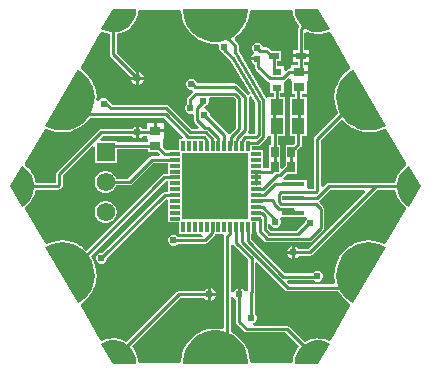
<source format=gbl>
G04*
G04 #@! TF.GenerationSoftware,Altium Limited,Altium Designer,25.8.1 (18)*
G04*
G04 Layer_Physical_Order=2*
G04 Layer_Color=16711680*
%FSLAX44Y44*%
%MOMM*%
G71*
G04*
G04 #@! TF.SameCoordinates,72622D7D-59BA-477E-922F-BDBC8D2A5B01*
G04*
G04*
G04 #@! TF.FilePolarity,Positive*
G04*
G01*
G75*
%ADD17C,0.2540*%
%ADD18R,0.6400X0.8900*%
G04:AMPARAMS|DCode=20|XSize=1mm|YSize=1mm|CornerRadius=0.5mm|HoleSize=0mm|Usage=FLASHONLY|Rotation=120.000|XOffset=0mm|YOffset=0mm|HoleType=Round|Shape=RoundedRectangle|*
%AMROUNDEDRECTD20*
21,1,1.0000,0.0000,0,0,120.0*
21,1,0.0000,1.0000,0,0,120.0*
1,1,1.0000,0.0000,0.0000*
1,1,1.0000,0.0000,0.0000*
1,1,1.0000,0.0000,0.0000*
1,1,1.0000,0.0000,0.0000*
%
%ADD20ROUNDEDRECTD20*%
G04:AMPARAMS|DCode=21|XSize=1mm|YSize=1mm|CornerRadius=0.5mm|HoleSize=0mm|Usage=FLASHONLY|Rotation=0.000|XOffset=0mm|YOffset=0mm|HoleType=Round|Shape=RoundedRectangle|*
%AMROUNDEDRECTD21*
21,1,1.0000,0.0000,0,0,0.0*
21,1,0.0000,1.0000,0,0,0.0*
1,1,1.0000,0.0000,0.0000*
1,1,1.0000,0.0000,0.0000*
1,1,1.0000,0.0000,0.0000*
1,1,1.0000,0.0000,0.0000*
%
%ADD21ROUNDEDRECTD21*%
G04:AMPARAMS|DCode=22|XSize=1mm|YSize=1mm|CornerRadius=0.5mm|HoleSize=0mm|Usage=FLASHONLY|Rotation=60.000|XOffset=0mm|YOffset=0mm|HoleType=Round|Shape=RoundedRectangle|*
%AMROUNDEDRECTD22*
21,1,1.0000,0.0000,0,0,60.0*
21,1,0.0000,1.0000,0,0,60.0*
1,1,1.0000,0.0000,0.0000*
1,1,1.0000,0.0000,0.0000*
1,1,1.0000,0.0000,0.0000*
1,1,1.0000,0.0000,0.0000*
%
%ADD22ROUNDEDRECTD22*%
%ADD35C,1.5700*%
%ADD36R,1.5700X1.5700*%
%ADD38C,0.6096*%
%ADD39R,0.8500X0.3000*%
%ADD40R,0.3000X0.8500*%
%ADD41R,5.7000X5.7000*%
%ADD42R,0.9500X0.8000*%
%ADD43R,1.0922X1.3970*%
%ADD44R,0.8000X0.6000*%
%ADD45R,1.9000X0.4001*%
%ADD46R,0.9000X0.5000*%
G36*
X-67041Y150492D02*
X-66999Y148743D01*
X-67536Y145286D01*
X-68680Y141980D01*
X-70394Y138930D01*
X-72623Y136233D01*
X-75296Y133976D01*
X-78328Y132230D01*
X-81622Y131052D01*
X-85073Y130478D01*
X-88571Y130526D01*
X-92005Y131197D01*
X-95265Y132467D01*
X-96756Y133382D01*
X-96756Y133382D01*
X-86865Y150513D01*
X-67041Y150492D01*
D02*
G37*
G36*
X96781Y133322D02*
X95288Y132410D01*
X92025Y131147D01*
X88590Y130485D01*
X85092Y130444D01*
X81642Y131026D01*
X78351Y132212D01*
X75323Y133965D01*
X72655Y136229D01*
X70432Y138930D01*
X68726Y141984D01*
X67589Y145293D01*
X67059Y148751D01*
X67106Y150500D01*
X86888D01*
X96781Y133322D01*
D02*
G37*
G36*
X-29215Y148134D02*
X-28602Y143796D01*
X-28532Y143677D01*
X-28544Y143540D01*
X-27253Y139354D01*
X-27165Y139248D01*
X-27156Y139110D01*
X-25218Y135181D01*
X-25114Y135090D01*
X-25084Y134956D01*
X-22548Y131383D01*
X-22432Y131310D01*
X-22380Y131182D01*
X-19312Y128055D01*
X-19185Y128001D01*
X-19114Y127883D01*
X-15589Y125281D01*
X-15455Y125248D01*
X-15367Y125143D01*
X-11474Y123131D01*
X-11337Y123120D01*
X-11233Y123030D01*
X-7071Y121659D01*
X-6934Y121670D01*
X-6817Y121597D01*
X-2491Y120903D01*
X-2357Y120935D01*
X-2230Y120882D01*
X1775Y120881D01*
X2838Y119832D01*
X3182Y118967D01*
X2993Y118511D01*
Y116693D01*
X3689Y115012D01*
X4975Y113726D01*
X5470Y113521D01*
X5533Y113426D01*
X13302Y105514D01*
X28842Y78840D01*
X27219Y77589D01*
X18378Y86430D01*
X17454Y87048D01*
X16364Y87265D01*
X16363Y87265D01*
X-15748D01*
Y87269D01*
X-16444Y88950D01*
X-17730Y90236D01*
X-19411Y90932D01*
X-21229D01*
X-22910Y90236D01*
X-24196Y88950D01*
X-24892Y87269D01*
Y85451D01*
X-24196Y83770D01*
X-22910Y82484D01*
X-21229Y81788D01*
X-20147D01*
X-19230Y79831D01*
X-23203Y75858D01*
X-23820Y74934D01*
X-24037Y73844D01*
X-24037Y73844D01*
Y69657D01*
X-25064Y68630D01*
X-25760Y66949D01*
Y65131D01*
X-25064Y63450D01*
X-23778Y62164D01*
X-22098Y61468D01*
X-20279D01*
X-20227Y61490D01*
X-18195Y60132D01*
Y55986D01*
X-18195Y55986D01*
X-17978Y54896D01*
X-17361Y53972D01*
X-13723Y50334D01*
X-14500Y48457D01*
X-20032D01*
X-39629Y68054D01*
X-40553Y68672D01*
X-41644Y68889D01*
X-41644Y68889D01*
X-87046D01*
X-90275Y72118D01*
X-90834Y72492D01*
X-90918Y72694D01*
X-92204Y73980D01*
X-93884Y74676D01*
X-95703D01*
X-97383Y73980D01*
X-98670Y72694D01*
X-98823Y72322D01*
X-100836Y72772D01*
X-100695Y75759D01*
X-100742Y75888D01*
X-100704Y76021D01*
X-101192Y80375D01*
X-101259Y80495D01*
X-101242Y80632D01*
X-102413Y84854D01*
X-102498Y84962D01*
X-102503Y85100D01*
X-104327Y89083D01*
X-104428Y89177D01*
X-104455Y89312D01*
X-106886Y92956D01*
X-107001Y93033D01*
X-107049Y93162D01*
X-110026Y96376D01*
X-110151Y96433D01*
X-110219Y96553D01*
X-113668Y99255D01*
X-114184Y101137D01*
X-97549Y129951D01*
X-95864Y130930D01*
X-92604Y129660D01*
X-92450Y129663D01*
X-92321Y129578D01*
X-89209Y128970D01*
Y111760D01*
X-89209Y111760D01*
X-88992Y110670D01*
X-88374Y109746D01*
X-71497Y92868D01*
X-71562Y92710D01*
X-67310D01*
Y96962D01*
X-67468Y96897D01*
X-83511Y112940D01*
Y129065D01*
X-81351Y129424D01*
X-81220Y129506D01*
X-81066Y129498D01*
X-77772Y130677D01*
X-77658Y130781D01*
X-77505Y130801D01*
X-74473Y132547D01*
X-74379Y132669D01*
X-74232Y132716D01*
X-71559Y134973D01*
X-71488Y135110D01*
X-71352Y135182D01*
X-69123Y137879D01*
X-69077Y138026D01*
X-68956Y138122D01*
X-67242Y141172D01*
X-67224Y141325D01*
X-67122Y141440D01*
X-65977Y144747D01*
X-65987Y144901D01*
X-65906Y145032D01*
X-65369Y148489D01*
X-63678Y149458D01*
X-30634D01*
X-29215Y148134D01*
D02*
G37*
G36*
X27480Y150538D02*
X27520Y148348D01*
X26904Y144010D01*
X25609Y139824D01*
X23669Y135896D01*
X21131Y132324D01*
X18060Y129199D01*
X14534Y126599D01*
X10640Y124590D01*
X6478Y123222D01*
X2152Y122530D01*
X-2230Y122532D01*
X-6556Y123226D01*
X-10717Y124597D01*
X-14609Y126608D01*
X-18134Y129210D01*
X-21203Y132337D01*
X-23738Y135911D01*
X-25676Y139840D01*
X-26968Y144027D01*
X-27581Y148365D01*
X-27541Y150555D01*
X-27541Y150555D01*
X27480Y150538D01*
D02*
G37*
G36*
X144082Y51421D02*
X142205Y50292D01*
X138140Y48656D01*
X133868Y47684D01*
X129496Y47400D01*
X125134Y47812D01*
X120892Y48909D01*
X116877Y50663D01*
X113190Y53031D01*
X109925Y55951D01*
X107162Y59352D01*
X104973Y63147D01*
X103411Y67241D01*
X102517Y71530D01*
X102313Y75907D01*
X102804Y80260D01*
X103978Y84482D01*
X105805Y88464D01*
X108239Y92107D01*
X111219Y95319D01*
X114669Y98019D01*
X116586Y99079D01*
X116586D01*
X144082Y51421D01*
D02*
G37*
G36*
X-114685Y97957D02*
X-111236Y95255D01*
X-108259Y92041D01*
X-105827Y88396D01*
X-104003Y84413D01*
X-102831Y80191D01*
X-102343Y75837D01*
X-102550Y71460D01*
X-103447Y67172D01*
X-105011Y63079D01*
X-107202Y59285D01*
X-109967Y55886D01*
X-113234Y52968D01*
X-116923Y50602D01*
X-120939Y48851D01*
X-125181Y47757D01*
X-129543Y47348D01*
X-133915Y47634D01*
X-138187Y48609D01*
X-142250Y50247D01*
X-144127Y51377D01*
X-144127Y51377D01*
X-116601Y99018D01*
X-114685Y97957D01*
D02*
G37*
G36*
X17471Y73532D02*
Y49696D01*
X12239Y44464D01*
X11444Y44531D01*
X9896Y44995D01*
X9514Y45566D01*
X9514Y45566D01*
X-4932Y60013D01*
Y61465D01*
X-5628Y63146D01*
X-6914Y64432D01*
X-8595Y65128D01*
X-8878D01*
X-9928Y67112D01*
X-9251Y68072D01*
X-7570Y68768D01*
X-6284Y70054D01*
X-5588Y71735D01*
Y73553D01*
X-5609Y73605D01*
X-4252Y75637D01*
X15366D01*
X17471Y73532D01*
D02*
G37*
G36*
X33727Y70454D02*
Y44855D01*
X33265Y44393D01*
X28709D01*
X28576Y44541D01*
X27809Y46425D01*
X28032Y46758D01*
X28249Y47849D01*
X28249Y47849D01*
Y75380D01*
X28115Y76051D01*
X30042Y76781D01*
X33727Y70454D01*
D02*
G37*
G36*
X63830Y90888D02*
Y89880D01*
X64846Y89444D01*
Y78396D01*
X67382D01*
Y75819D01*
X63246D01*
Y58801D01*
Y42291D01*
X67382D01*
Y36716D01*
X66056Y35390D01*
X65986D01*
X65986Y35390D01*
X65710Y35335D01*
X59332D01*
Y23387D01*
X59332D01*
Y22635D01*
X59332D01*
Y17512D01*
X58946Y17254D01*
X58946Y17254D01*
X56657Y14966D01*
X54780Y15743D01*
Y22635D01*
X54780D01*
Y23387D01*
X54780D01*
Y35335D01*
X52904D01*
Y42291D01*
X58674D01*
Y58801D01*
Y75819D01*
X54919D01*
Y78646D01*
X57594D01*
Y86649D01*
X57594Y87694D01*
X59043Y89102D01*
X59430Y89362D01*
X61798Y91729D01*
X63830Y90888D01*
D02*
G37*
G36*
X47207Y35335D02*
X45332D01*
Y23387D01*
X45332D01*
Y22635D01*
X45332D01*
Y15328D01*
X40274D01*
Y19476D01*
Y30524D01*
X31040D01*
Y31040D01*
X30524D01*
Y33931D01*
X35427D01*
X35427Y33930D01*
X36518Y34147D01*
X37442Y34765D01*
X42654Y39978D01*
X42654Y39978D01*
X42654Y39978D01*
X42655Y39978D01*
X43272Y40902D01*
X44704Y42291D01*
X47207D01*
Y35335D01*
D02*
G37*
G36*
X-27531Y42151D02*
X-28309Y40274D01*
X-30524D01*
Y31040D01*
X-31040D01*
Y30524D01*
X-40274D01*
Y30524D01*
X-42262Y30631D01*
X-44526Y32895D01*
Y39914D01*
X-43510Y40350D01*
Y45620D01*
X-50800D01*
Y46890D01*
X-52070D01*
Y53430D01*
X-58090D01*
Y48569D01*
X-61172D01*
X-61303Y48885D01*
X-62875Y50457D01*
X-64770Y51242D01*
Y45720D01*
Y40198D01*
X-62875Y40983D01*
X-61303Y42555D01*
X-61172Y42871D01*
X-58090D01*
Y40350D01*
X-57074Y39914D01*
Y37239D01*
X-83629D01*
Y38476D01*
X-97080D01*
X-97858Y40354D01*
X-95340Y42871D01*
X-70908D01*
X-70777Y42555D01*
X-69205Y40983D01*
X-67310Y40198D01*
Y45720D01*
Y51242D01*
X-69205Y50457D01*
X-70777Y48885D01*
X-70908Y48569D01*
X-96520D01*
X-96520Y48569D01*
X-97610Y48352D01*
X-98534Y47734D01*
X-134094Y12174D01*
X-134712Y11250D01*
X-134929Y10160D01*
X-134929Y10160D01*
Y2849D01*
X-152163D01*
X-152639Y5498D01*
X-152722Y5628D01*
X-152717Y5783D01*
X-153937Y9061D01*
X-154043Y9174D01*
X-154065Y9327D01*
X-155849Y12336D01*
X-155972Y12429D01*
X-156021Y12575D01*
X-158312Y15219D01*
X-158450Y15288D01*
X-158524Y15424D01*
X-161249Y17618D01*
X-161281Y19562D01*
X-144746Y48202D01*
X-142867Y48717D01*
X-138804Y47079D01*
X-138666Y47080D01*
X-138554Y47000D01*
X-134282Y46026D01*
X-134147Y46049D01*
X-134023Y45988D01*
X-129651Y45702D01*
X-129521Y45746D01*
X-129389Y45705D01*
X-125027Y46114D01*
X-124906Y46179D01*
X-124769Y46159D01*
X-120527Y47254D01*
X-120417Y47336D01*
X-120279Y47339D01*
X-116263Y49090D01*
X-116168Y49190D01*
X-116032Y49214D01*
X-112344Y51579D01*
X-112265Y51692D01*
X-112135Y51737D01*
X-108868Y54656D01*
X-108808Y54780D01*
X-108687Y54845D01*
X-106031Y58111D01*
X-43491D01*
X-27531Y42151D01*
D02*
G37*
G36*
X-102377Y33179D02*
Y19728D01*
X-83629D01*
Y31541D01*
X-57074D01*
Y28866D01*
X-48555D01*
X-47070Y27381D01*
X-47911Y25349D01*
X-53947D01*
X-53947Y25349D01*
X-55037Y25132D01*
X-55962Y24514D01*
X-73925Y6551D01*
X-84062D01*
X-84268Y7321D01*
X-85502Y9458D01*
X-87248Y11203D01*
X-89385Y12437D01*
X-91769Y13076D01*
X-94238D01*
X-96622Y12437D01*
X-98759Y11203D01*
X-100505Y9458D01*
X-101739Y7321D01*
X-102377Y4936D01*
Y2468D01*
X-101739Y84D01*
X-100505Y-2053D01*
X-98759Y-3799D01*
X-96622Y-5033D01*
X-94238Y-5672D01*
X-91769D01*
X-89385Y-5033D01*
X-87248Y-3799D01*
X-85502Y-2053D01*
X-84268Y84D01*
X-84062Y854D01*
X-72745D01*
X-72745Y854D01*
X-71655Y1071D01*
X-70731Y1688D01*
X-52767Y19651D01*
X-40274D01*
Y10349D01*
X-43300D01*
X-43300Y10349D01*
X-44390Y10132D01*
X-45314Y9514D01*
X-45314Y9514D01*
X-109208Y-54379D01*
X-112091Y-51801D01*
X-112220Y-51755D01*
X-112299Y-51642D01*
X-115986Y-49275D01*
X-116121Y-49251D01*
X-116217Y-49152D01*
X-120232Y-47397D01*
X-120369Y-47395D01*
X-120479Y-47312D01*
X-124721Y-46215D01*
X-124857Y-46234D01*
X-124979Y-46170D01*
X-129341Y-45758D01*
X-129472Y-45799D01*
X-129602Y-45754D01*
X-133975Y-46038D01*
X-134098Y-46099D01*
X-134234Y-46076D01*
X-138506Y-47048D01*
X-138618Y-47127D01*
X-138756Y-47126D01*
X-142821Y-48761D01*
X-144708Y-48267D01*
X-161306Y-19518D01*
X-161290Y-17572D01*
X-158560Y-15384D01*
X-158486Y-15249D01*
X-158348Y-15180D01*
X-156050Y-12541D01*
X-156001Y-12395D01*
X-155877Y-12303D01*
X-154086Y-9298D01*
X-154064Y-9145D01*
X-153958Y-9032D01*
X-152730Y-5756D01*
X-152735Y-5602D01*
X-152652Y-5472D01*
X-152174Y-2849D01*
X-133568D01*
X-133568Y-2849D01*
X-132478Y-2632D01*
X-131553Y-2014D01*
X-130066Y-527D01*
X-130066Y-527D01*
X-129448Y398D01*
X-129231Y1488D01*
Y8980D01*
X-104255Y33956D01*
X-102377Y33179D01*
D02*
G37*
G36*
X107902Y55825D02*
X108644Y54911D01*
X108765Y54846D01*
X108825Y54722D01*
X112091Y51801D01*
X112220Y51755D01*
X112299Y51642D01*
X115986Y49275D01*
X116121Y49251D01*
X116217Y49152D01*
X120232Y47397D01*
X120369Y47395D01*
X120479Y47312D01*
X124721Y46215D01*
X124857Y46234D01*
X124979Y46170D01*
X129341Y45758D01*
X129472Y45799D01*
X129602Y45754D01*
X133975Y46038D01*
X134098Y46099D01*
X134234Y46076D01*
X138506Y47048D01*
X138618Y47127D01*
X138756Y47126D01*
X142820Y48761D01*
X144708Y48267D01*
X161306Y19518D01*
X161290Y17572D01*
X158560Y15384D01*
X158486Y15249D01*
X158348Y15180D01*
X156050Y12541D01*
X156001Y12395D01*
X155877Y12303D01*
X154086Y9298D01*
X154064Y9145D01*
X153958Y9032D01*
X152730Y5756D01*
X152735Y5602D01*
X152652Y5472D01*
X152174Y2849D01*
X135519D01*
X135519Y2849D01*
X135519Y2849D01*
X95700D01*
X94609Y2632D01*
X93685Y2014D01*
X93685Y2014D01*
X91086Y-585D01*
X89209Y193D01*
Y39266D01*
X105872Y55930D01*
X107902Y55825D01*
D02*
G37*
G36*
X65429Y148502D02*
X65958Y145043D01*
X66038Y144911D01*
X66029Y144757D01*
X67165Y141448D01*
X67267Y141333D01*
X67285Y141180D01*
X68992Y138126D01*
X69113Y138030D01*
X69158Y137882D01*
X71052Y135581D01*
X70446Y134975D01*
X69828Y134050D01*
X69611Y132960D01*
X69611Y132960D01*
Y115530D01*
X65420D01*
Y111760D01*
X72460D01*
X79500D01*
Y115530D01*
X75309D01*
Y129719D01*
X77341Y130891D01*
X77524Y130785D01*
X77677Y130765D01*
X77791Y130661D01*
X81082Y129474D01*
X81237Y129482D01*
X81367Y129400D01*
X84817Y128818D01*
X84968Y128852D01*
X85111Y128795D01*
X88609Y128835D01*
X88751Y128896D01*
X88902Y128865D01*
X92338Y129528D01*
X92466Y129613D01*
X92621Y129609D01*
X95883Y130872D01*
X97574Y129907D01*
X114146Y101202D01*
X113652Y99318D01*
X110202Y96618D01*
X110134Y96498D01*
X110009Y96441D01*
X107029Y93229D01*
X106982Y93100D01*
X106867Y93023D01*
X104433Y89380D01*
X104406Y89245D01*
X104306Y89152D01*
X102479Y85169D01*
X102474Y85032D01*
X102389Y84923D01*
X101215Y80702D01*
X101232Y80566D01*
X101165Y80445D01*
X100674Y76091D01*
X100712Y75959D01*
X100666Y75830D01*
X100870Y71453D01*
X100928Y71329D01*
X100903Y71193D01*
X101797Y66904D01*
X101874Y66791D01*
X101870Y66653D01*
X103432Y62559D01*
X103526Y62459D01*
X103544Y62323D01*
X103787Y61902D01*
X84346Y42461D01*
X83728Y41536D01*
X83511Y40446D01*
X83511Y40446D01*
Y-2231D01*
X78870D01*
X77064Y-1685D01*
Y5363D01*
X57806D01*
X57169Y7005D01*
X57144Y7395D01*
X60436Y10687D01*
X68780D01*
Y22635D01*
X68780D01*
Y23387D01*
X68780D01*
Y30212D01*
X69250Y30526D01*
X72245Y33522D01*
X72245Y33522D01*
X72863Y34446D01*
X73080Y35536D01*
X73080Y35536D01*
Y42291D01*
X77216D01*
Y58801D01*
Y75819D01*
X73080D01*
Y78396D01*
X77394D01*
Y89444D01*
X78410Y89880D01*
Y95150D01*
X71120D01*
Y97690D01*
X78410D01*
Y102960D01*
X75309D01*
Y105450D01*
X79500D01*
Y109220D01*
X72460D01*
X65420D01*
Y105450D01*
X69611D01*
Y102960D01*
X63830D01*
Y100778D01*
X62560Y99369D01*
X61470Y99152D01*
X60546Y98534D01*
X60546Y98534D01*
X59471Y97460D01*
X57594Y98238D01*
Y101694D01*
X52309D01*
Y106466D01*
X55484D01*
Y114514D01*
X47465D01*
X45068Y116910D01*
X44144Y117528D01*
X43054Y117745D01*
X43054Y117745D01*
X40132D01*
Y117749D01*
X39436Y119430D01*
X38150Y120716D01*
X36469Y121412D01*
X34651D01*
X32970Y120716D01*
X31684Y119430D01*
X30988Y117749D01*
Y115931D01*
X31684Y114250D01*
X31723Y114211D01*
X32395Y112793D01*
X30823Y111221D01*
X30038Y109326D01*
X35560D01*
Y106786D01*
X30038D01*
X30823Y104891D01*
X32395Y103319D01*
X33392Y102906D01*
Y100920D01*
X33392Y100920D01*
X33609Y99829D01*
X34226Y98905D01*
X43770Y89362D01*
X43770Y89362D01*
X44694Y88744D01*
X44930Y88697D01*
X46546Y87694D01*
Y78646D01*
X49221D01*
Y75819D01*
X44704D01*
Y75444D01*
X42927Y74425D01*
X42672Y74493D01*
X19558Y114167D01*
Y119209D01*
X19558Y119209D01*
X19341Y120300D01*
X18724Y121224D01*
X16393Y123555D01*
X16685Y126136D01*
X19039Y127871D01*
X19110Y127989D01*
X19237Y128043D01*
X22308Y131168D01*
X22359Y131296D01*
X22476Y131369D01*
X25014Y134940D01*
X25044Y135075D01*
X25148Y135165D01*
X27088Y139093D01*
X27097Y139231D01*
X27185Y139337D01*
X28480Y143522D01*
X28467Y143659D01*
X28537Y143778D01*
X29153Y148116D01*
X30558Y149458D01*
X63729D01*
X65429Y148502D01*
D02*
G37*
G36*
X-40274Y4202D02*
Y-4421D01*
X-42830D01*
X-42830Y-4421D01*
X-43920Y-4638D01*
X-44844Y-5256D01*
X-95977Y-56388D01*
X-97429D01*
X-99110Y-57084D01*
X-100396Y-58370D01*
X-101092Y-60051D01*
Y-61869D01*
X-100396Y-63550D01*
X-99110Y-64836D01*
X-97429Y-65532D01*
X-95611D01*
X-93930Y-64836D01*
X-92644Y-63550D01*
X-91948Y-61869D01*
Y-60417D01*
X-42306Y-10775D01*
X-40274Y-11616D01*
Y-20524D01*
Y-30524D01*
X-31040D01*
Y-31040D01*
X-30524D01*
Y-40274D01*
X-12018D01*
X-10975Y-42306D01*
X-11380Y-42871D01*
X-31943D01*
X-32970Y-41844D01*
X-34651Y-41148D01*
X-36469D01*
X-38150Y-41844D01*
X-39436Y-43130D01*
X-40132Y-44811D01*
Y-46629D01*
X-39436Y-48310D01*
X-38150Y-49596D01*
X-36469Y-50292D01*
X-34651D01*
X-32970Y-49596D01*
X-31943Y-48569D01*
X-9019D01*
X-9019Y-48569D01*
X-7929Y-48352D01*
X-7005Y-47734D01*
X-716Y-41445D01*
X-98Y-40521D01*
X-49Y-40274D01*
X5804D01*
X5974Y-40368D01*
X7314Y-42306D01*
X7311Y-42320D01*
X7311Y-42320D01*
Y-119217D01*
X5279Y-120871D01*
X2491Y-120423D01*
X2357Y-120455D01*
X2230Y-120402D01*
X-2151Y-120401D01*
X-2278Y-120453D01*
X-2412Y-120421D01*
X-6739Y-121113D01*
X-6856Y-121185D01*
X-6993Y-121175D01*
X-11155Y-122543D01*
X-11260Y-122633D01*
X-11397Y-122644D01*
X-15290Y-124653D01*
X-15379Y-124758D01*
X-15513Y-124791D01*
X-19039Y-127391D01*
X-19110Y-127509D01*
X-19237Y-127563D01*
X-22308Y-130688D01*
X-22359Y-130816D01*
X-22476Y-130889D01*
X-25014Y-134460D01*
X-25044Y-134594D01*
X-25148Y-134685D01*
X-27088Y-138613D01*
X-27097Y-138751D01*
X-27185Y-138857D01*
X-28480Y-143042D01*
X-28467Y-143179D01*
X-28537Y-143298D01*
X-29153Y-147636D01*
X-29646Y-148496D01*
X-30591Y-149458D01*
X-63729D01*
X-65429Y-148502D01*
X-65958Y-145043D01*
X-66038Y-144911D01*
X-66029Y-144757D01*
X-67165Y-141449D01*
X-67268Y-141333D01*
X-67286Y-141180D01*
X-68992Y-138126D01*
X-69113Y-138030D01*
X-69158Y-137882D01*
X-71052Y-135581D01*
X-29760Y-94289D01*
X-9948D01*
X-9817Y-94605D01*
X-8245Y-96177D01*
X-6350Y-96962D01*
Y-91440D01*
Y-85918D01*
X-8245Y-86703D01*
X-9817Y-88275D01*
X-9948Y-88591D01*
X-30940D01*
X-30940Y-88591D01*
X-32030Y-88808D01*
X-32954Y-89426D01*
X-75491Y-131962D01*
X-77524Y-130785D01*
X-77677Y-130765D01*
X-77791Y-130661D01*
X-81082Y-129474D01*
X-81237Y-129482D01*
X-81368Y-129400D01*
X-84817Y-128818D01*
X-84968Y-128852D01*
X-85111Y-128795D01*
X-88609Y-128835D01*
X-88751Y-128896D01*
X-88902Y-128865D01*
X-92338Y-129528D01*
X-92466Y-129613D01*
X-92621Y-129609D01*
X-95883Y-130872D01*
X-97574Y-129907D01*
X-114146Y-101202D01*
X-113652Y-99318D01*
X-110202Y-96618D01*
X-110134Y-96498D01*
X-110009Y-96441D01*
X-107030Y-93229D01*
X-106982Y-93100D01*
X-106867Y-93023D01*
X-104433Y-89380D01*
X-104406Y-89245D01*
X-104306Y-89152D01*
X-102479Y-85169D01*
X-102474Y-85032D01*
X-102389Y-84923D01*
X-101215Y-80702D01*
X-101232Y-80566D01*
X-101165Y-80445D01*
X-100674Y-76091D01*
X-100712Y-75959D01*
X-100666Y-75830D01*
X-100870Y-71453D01*
X-100928Y-71329D01*
X-100903Y-71193D01*
X-101797Y-66904D01*
X-101874Y-66791D01*
X-101870Y-66653D01*
X-103432Y-62559D01*
X-103526Y-62459D01*
X-103544Y-62323D01*
X-105575Y-58803D01*
X-42306Y4465D01*
X-40274Y4202D01*
D02*
G37*
G36*
X-162284Y16333D02*
X-159559Y14139D01*
X-157268Y11495D01*
X-155483Y8486D01*
X-154263Y5207D01*
X-153644Y1763D01*
X-153648Y-1735D01*
X-154275Y-5177D01*
X-155503Y-8453D01*
X-157294Y-11458D01*
X-159592Y-14097D01*
X-162322Y-16285D01*
X-163860Y-17118D01*
Y-17118D01*
X-173750Y13D01*
X-163820Y17170D01*
X-162284Y16333D01*
D02*
G37*
G36*
X163860Y17118D02*
X173750Y-13D01*
X163820Y-17170D01*
X162284Y-16333D01*
X159559Y-14139D01*
X157268Y-11495D01*
X155483Y-8486D01*
X154263Y-5207D01*
X153644Y-1763D01*
X153648Y1735D01*
X154275Y5177D01*
X155503Y8453D01*
X157294Y11458D01*
X159592Y14097D01*
X162322Y16285D01*
X163860Y17118D01*
X163860Y17118D01*
D02*
G37*
G36*
X77284Y-27624D02*
X76388Y-28520D01*
X75692Y-30201D01*
Y-30635D01*
X68535Y-37791D01*
X46900D01*
X44393Y-35284D01*
Y-32269D01*
X46425Y-31864D01*
X46924Y-33070D01*
X48210Y-34356D01*
X49891Y-35052D01*
X51709D01*
X53390Y-34356D01*
X54676Y-33070D01*
X55372Y-31389D01*
Y-29571D01*
X54676Y-27890D01*
X54137Y-27351D01*
X55343Y-25683D01*
X57535D01*
X57810Y-25738D01*
X65310D01*
X65310Y-25738D01*
X65585Y-25683D01*
X76513D01*
X77284Y-27624D01*
D02*
G37*
G36*
X152639Y-5498D02*
X152722Y-5628D01*
X152717Y-5783D01*
X153937Y-9061D01*
X154043Y-9174D01*
X154064Y-9327D01*
X155849Y-12336D01*
X155972Y-12429D01*
X156021Y-12575D01*
X158312Y-15219D01*
X158450Y-15288D01*
X158524Y-15424D01*
X161249Y-17618D01*
X161281Y-19562D01*
X144721Y-48245D01*
X142867Y-48817D01*
X138804Y-47179D01*
X138666Y-47180D01*
X138554Y-47101D01*
X134282Y-46126D01*
X134146Y-46149D01*
X134023Y-46088D01*
X129651Y-45802D01*
X129521Y-45846D01*
X129389Y-45806D01*
X125027Y-46215D01*
X124905Y-46279D01*
X124769Y-46260D01*
X120527Y-47354D01*
X120416Y-47436D01*
X120279Y-47439D01*
X116263Y-49191D01*
X116167Y-49290D01*
X116032Y-49314D01*
X112344Y-51679D01*
X112265Y-51792D01*
X112135Y-51838D01*
X108868Y-54756D01*
X108808Y-54880D01*
X108687Y-54946D01*
X105922Y-58345D01*
X105883Y-58477D01*
X105774Y-58560D01*
X103582Y-62354D01*
X103564Y-62491D01*
X103469Y-62590D01*
X101905Y-66683D01*
X101909Y-66821D01*
X101832Y-66934D01*
X100935Y-71223D01*
X100961Y-71358D01*
X100902Y-71483D01*
X100695Y-75859D01*
X100742Y-75989D01*
X100704Y-76121D01*
X101192Y-80475D01*
X101258Y-80595D01*
X101242Y-80732D01*
X101416Y-81359D01*
X100186Y-82977D01*
X62273D01*
X60551Y-81255D01*
X61329Y-79378D01*
X83072D01*
X83770Y-80076D01*
X85451Y-80772D01*
X87269D01*
X88950Y-80076D01*
X90236Y-78790D01*
X90932Y-77109D01*
Y-75291D01*
X90236Y-73610D01*
X88950Y-72324D01*
X87269Y-71628D01*
X85451D01*
X83770Y-72324D01*
X82484Y-73610D01*
X82455Y-73680D01*
X58724D01*
X30349Y-45305D01*
Y-40274D01*
X30524D01*
Y-31040D01*
X31040D01*
Y-30524D01*
X34631D01*
Y-38147D01*
X34631Y-38147D01*
X34848Y-39237D01*
X35466Y-40162D01*
X42022Y-46718D01*
X42022Y-46718D01*
X42947Y-47336D01*
X44037Y-47553D01*
X79601D01*
X79602Y-47553D01*
X80692Y-47336D01*
X81616Y-46718D01*
X91422Y-36912D01*
X91422Y-36912D01*
X92040Y-35988D01*
X92257Y-34898D01*
X92257Y-34897D01*
Y-19406D01*
X92257Y-19406D01*
X92040Y-18316D01*
X91422Y-17392D01*
X91422Y-17392D01*
X88210Y-14180D01*
X87556Y-12180D01*
X88234Y-11494D01*
X96880Y-2849D01*
X125986D01*
X126764Y-4726D01*
X78459Y-53031D01*
X70908D01*
X70777Y-52715D01*
X69205Y-51143D01*
X67310Y-50358D01*
Y-55880D01*
Y-61402D01*
X69205Y-60617D01*
X70777Y-59045D01*
X70908Y-58729D01*
X79639D01*
X79639Y-58729D01*
X80729Y-58512D01*
X81653Y-57894D01*
X136699Y-2849D01*
X152163D01*
X152639Y-5498D01*
D02*
G37*
G36*
X15486Y-49994D02*
X27709Y-62218D01*
Y-88204D01*
X27345Y-88488D01*
X25057Y-88275D01*
X23485Y-86703D01*
X21590Y-85918D01*
Y-91440D01*
X19050D01*
Y-85918D01*
X17155Y-86703D01*
X15583Y-88275D01*
X15041Y-89583D01*
X13009Y-89179D01*
Y-49667D01*
X14037Y-49337D01*
X15041Y-49328D01*
X15486Y-49994D01*
D02*
G37*
G36*
X-125134Y-47812D02*
X-120892Y-48909D01*
X-116877Y-50663D01*
X-113190Y-53031D01*
X-109925Y-55951D01*
X-107162Y-59352D01*
X-104973Y-63147D01*
X-103411Y-67241D01*
X-102517Y-71530D01*
X-102313Y-75907D01*
X-102804Y-80260D01*
X-103978Y-84482D01*
X-105805Y-88464D01*
X-108239Y-92107D01*
X-111219Y-95319D01*
X-114669Y-98019D01*
X-116586Y-99079D01*
Y-99079D01*
X-144082Y-51421D01*
X-142205Y-50292D01*
X-138140Y-48656D01*
X-133868Y-47684D01*
X-129496Y-47401D01*
X-125134Y-47812D01*
D02*
G37*
G36*
X133915Y-47734D02*
X138187Y-48709D01*
X142250Y-50347D01*
X144127Y-51477D01*
X116601Y-99118D01*
X114685Y-98057D01*
X111236Y-95355D01*
X108258Y-92141D01*
X105827Y-88497D01*
X104002Y-84513D01*
X102831Y-80291D01*
X102343Y-75937D01*
X102550Y-71561D01*
X103446Y-67272D01*
X105010Y-63179D01*
X107202Y-59386D01*
X109967Y-55987D01*
X113234Y-53068D01*
X116922Y-50703D01*
X120938Y-48951D01*
X125181Y-47857D01*
X129543Y-47448D01*
X133915Y-47734D01*
D02*
G37*
G36*
X59078Y-87839D02*
X59078Y-87840D01*
X60002Y-88457D01*
X61093Y-88674D01*
X61093Y-88674D01*
X104094D01*
X104327Y-89183D01*
X104428Y-89277D01*
X104454Y-89412D01*
X106886Y-93057D01*
X107001Y-93133D01*
X107048Y-93262D01*
X110026Y-96476D01*
X110151Y-96534D01*
X110219Y-96653D01*
X113667Y-99356D01*
X114122Y-101245D01*
X97549Y-129951D01*
X95864Y-130930D01*
X92604Y-129660D01*
X92450Y-129663D01*
X92321Y-129578D01*
X88887Y-128907D01*
X88736Y-128938D01*
X88594Y-128877D01*
X85096Y-128828D01*
X84953Y-128885D01*
X84803Y-128850D01*
X81351Y-129424D01*
X81220Y-129506D01*
X81066Y-129498D01*
X77772Y-130677D01*
X77658Y-130781D01*
X77505Y-130801D01*
X75490Y-131961D01*
X62418Y-118890D01*
X61494Y-118272D01*
X60404Y-118055D01*
X60404Y-118055D01*
X32539D01*
X32135Y-116023D01*
X33070Y-115636D01*
X34356Y-114350D01*
X35052Y-112669D01*
Y-110851D01*
X34356Y-109170D01*
X33329Y-108143D01*
Y-90093D01*
X33407Y-89701D01*
X33407Y-89700D01*
Y-64823D01*
X35284Y-64045D01*
X59078Y-87839D01*
D02*
G37*
G36*
X15583Y-94605D02*
X17155Y-96177D01*
X17471Y-96308D01*
Y-114531D01*
X17471Y-114531D01*
X17688Y-115622D01*
X18306Y-116546D01*
X24678Y-122918D01*
X24678Y-122918D01*
X25602Y-123536D01*
X26693Y-123753D01*
X26693Y-123753D01*
X59224D01*
X71036Y-135565D01*
X69123Y-137879D01*
X69077Y-138026D01*
X68956Y-138122D01*
X67242Y-141172D01*
X67224Y-141325D01*
X67121Y-141440D01*
X65977Y-144747D01*
X65987Y-144901D01*
X65906Y-145033D01*
X65368Y-148489D01*
X63678Y-149458D01*
X30652D01*
X29709Y-148497D01*
X29215Y-147654D01*
X28602Y-143316D01*
X28532Y-143197D01*
X28544Y-143060D01*
X27253Y-138874D01*
X27165Y-138768D01*
X27156Y-138630D01*
X25218Y-134701D01*
X25114Y-134610D01*
X25084Y-134476D01*
X22548Y-130903D01*
X22432Y-130830D01*
X22380Y-130702D01*
X19312Y-127575D01*
X19185Y-127521D01*
X19114Y-127403D01*
X15589Y-124801D01*
X15455Y-124768D01*
X15367Y-124663D01*
X13009Y-123444D01*
Y-93701D01*
X15041Y-93297D01*
X15583Y-94605D01*
D02*
G37*
G36*
X2230Y-122052D02*
X6556Y-122746D01*
X10717Y-124117D01*
X14609Y-126128D01*
X18134Y-128730D01*
X21203Y-131857D01*
X23738Y-135431D01*
X25676Y-139360D01*
X26968Y-143547D01*
X27581Y-147885D01*
X27541Y-150075D01*
X-27480Y-150058D01*
X-27520Y-147868D01*
X-26904Y-143530D01*
X-25609Y-139344D01*
X-23669Y-135416D01*
X-21131Y-131844D01*
X-18061Y-128719D01*
X-14534Y-126119D01*
X-10640Y-124110D01*
X-6478Y-122742D01*
X-2152Y-122050D01*
X2230Y-122052D01*
D02*
G37*
G36*
X-81642Y-131026D02*
X-78351Y-132213D01*
X-75323Y-133965D01*
X-72655Y-136229D01*
X-70432Y-138930D01*
X-68726Y-141984D01*
X-67589Y-145293D01*
X-67059Y-148751D01*
X-67106Y-150500D01*
Y-150500D01*
X-86888D01*
X-96781Y-133322D01*
X-95288Y-132410D01*
X-92025Y-131147D01*
X-88590Y-130485D01*
X-85092Y-130444D01*
X-81642Y-131026D01*
D02*
G37*
G36*
X88571Y-130526D02*
X92005Y-131197D01*
X95265Y-132467D01*
X96756Y-133382D01*
X86865Y-150513D01*
X67041Y-150492D01*
X66999Y-148743D01*
X67536Y-145286D01*
X68680Y-141980D01*
X70394Y-138930D01*
X72623Y-136233D01*
X75296Y-133976D01*
X78328Y-132230D01*
X81622Y-131052D01*
X85073Y-130478D01*
X88571Y-130526D01*
D02*
G37*
%LPC*%
G36*
X-64770Y96962D02*
Y92710D01*
X-60518D01*
X-61303Y94605D01*
X-62875Y96177D01*
X-64770Y96962D01*
D02*
G37*
G36*
X-60518Y90170D02*
X-64770D01*
Y85918D01*
X-62875Y86703D01*
X-61303Y88275D01*
X-60518Y90170D01*
D02*
G37*
G36*
X-67310D02*
X-71562D01*
X-70777Y88275D01*
X-69205Y86703D01*
X-67310Y85918D01*
Y90170D01*
D02*
G37*
G36*
X-43510Y53430D02*
X-49530D01*
Y48160D01*
X-43510D01*
Y53430D01*
D02*
G37*
G36*
X-91769Y-12324D02*
X-94238D01*
X-96622Y-12962D01*
X-98759Y-14197D01*
X-100505Y-15942D01*
X-101739Y-18079D01*
X-102377Y-20464D01*
Y-22932D01*
X-101739Y-25316D01*
X-100505Y-27453D01*
X-98759Y-29199D01*
X-96622Y-30433D01*
X-94238Y-31072D01*
X-91769D01*
X-89385Y-30433D01*
X-87248Y-29199D01*
X-85502Y-27453D01*
X-84268Y-25316D01*
X-83629Y-22932D01*
Y-20464D01*
X-84268Y-18079D01*
X-85502Y-15942D01*
X-87248Y-14197D01*
X-89385Y-12962D01*
X-91769Y-12324D01*
D02*
G37*
G36*
X-3810Y-85918D02*
Y-90170D01*
X442D01*
X-343Y-88275D01*
X-1915Y-86703D01*
X-3810Y-85918D01*
D02*
G37*
G36*
X442Y-92710D02*
X-3810D01*
Y-96962D01*
X-1915Y-96177D01*
X-343Y-94605D01*
X442Y-92710D01*
D02*
G37*
G36*
X64770Y-50358D02*
X62875Y-51143D01*
X61303Y-52715D01*
X60518Y-54610D01*
X64770D01*
Y-50358D01*
D02*
G37*
G36*
Y-57150D02*
X60518D01*
X61303Y-59045D01*
X62875Y-60617D01*
X64770Y-61402D01*
Y-57150D01*
D02*
G37*
%LPD*%
D17*
X-96520Y45720D02*
X-51970D01*
X72460Y97760D02*
X73700Y96520D01*
X62560D02*
X73700D01*
X7500Y34500D02*
Y43552D01*
X-15346Y66496D02*
X-10160Y71682D01*
X-9032Y49672D02*
X-6476D01*
X-9504Y60556D02*
X7500Y43552D01*
X-15346Y55986D02*
X-9032Y49672D01*
X-15346Y55986D02*
Y66496D01*
X-6476Y49672D02*
X-3540Y46736D01*
X2270Y40926D01*
Y34730D02*
Y40926D01*
X-10160Y71682D02*
Y72644D01*
X-21188Y66040D02*
Y73844D01*
X-16546Y78486D01*
X34500Y-17500D02*
X34730Y-17730D01*
X50800Y-30480D02*
Y-28351D01*
X34730Y-17730D02*
X40179D01*
X50800Y-28351D01*
X-43160Y27500D02*
X-34500D01*
X-50050Y34390D02*
X-43160Y27500D01*
X-93003Y29102D02*
X-87716Y34390D01*
X-50800D01*
X34195Y2260D02*
X34260D01*
X34195D02*
X34500Y2565D01*
Y7500D01*
X34260Y2260D02*
X34500Y2500D01*
Y7500D02*
Y12500D01*
X34479Y12479D02*
X34500Y12500D01*
X34479Y12479D02*
X47123D01*
X50056Y15411D01*
Y16661D01*
X52070Y67310D02*
Y83170D01*
X51689Y66929D02*
X52070Y67310D01*
X49911Y52578D02*
Y65532D01*
X50056Y49167D02*
X51689Y50800D01*
X50056Y16661D02*
Y49167D01*
X49911Y52578D02*
X51689Y50800D01*
X49911Y65532D02*
X51689Y67310D01*
X-2730Y34730D02*
Y40179D01*
X-8159Y45608D02*
X-2730Y40179D01*
X-21212Y45608D02*
X-8159D01*
X-41644Y66040D02*
X-21212Y45608D01*
X-88226Y66040D02*
X-41644D01*
X-2730Y34730D02*
X-2500Y34500D01*
X-94794Y70104D02*
X-92290D01*
X-88226Y66040D01*
X34730Y-22730D02*
X39431D01*
X41544Y-24843D01*
X34500Y-22500D02*
X34730Y-22730D01*
X41544Y-36464D02*
Y-24843D01*
X45720Y-40640D02*
X69715D01*
X41544Y-36464D02*
X45720Y-40640D01*
X69715D02*
X79245Y-31110D01*
X80264D01*
X109677Y-85825D02*
X123901Y-71601D01*
X22500Y-47233D02*
Y-34500D01*
Y-47233D02*
X61093Y-85825D01*
X109677D01*
X2270Y34730D02*
X2500Y34500D01*
X7565Y115422D02*
Y117602D01*
Y115422D02*
X15362Y107482D01*
X23206Y39907D02*
X24843Y41544D01*
X34445D01*
X22730Y36262D02*
X23206Y39907D01*
X34445Y41544D02*
X36576Y43675D01*
X22500Y34500D02*
X22730Y36262D01*
X36576Y43675D02*
Y71224D01*
X15362Y107482D02*
X15584Y107255D01*
X36576Y71224D01*
X65310Y-22889D02*
X66040Y-22159D01*
X57810Y-22889D02*
X65310D01*
X64738Y-19018D02*
X66040Y-20320D01*
X38492Y-12270D02*
X38968Y-11794D01*
X34500Y-12500D02*
X34730Y-12270D01*
X38492D01*
X38968Y-11794D02*
X48194D01*
X53699Y-19018D02*
X64738D01*
X49682Y-15001D02*
X53699Y-19018D01*
X48194Y-11794D02*
X49682Y-13282D01*
Y-15001D02*
Y-13282D01*
X-20320Y86360D02*
X-19358D01*
X-17414Y84416D01*
X16364D01*
X25400Y75380D01*
Y47849D02*
Y75380D01*
X18206Y40655D02*
X25400Y47849D01*
X18206Y38968D02*
Y40655D01*
X17730Y38492D02*
X18206Y38968D01*
X17730Y34730D02*
Y38492D01*
X17500Y34500D02*
X17730Y34730D01*
X-22895Y41544D02*
X-9843D01*
X-7730Y39431D01*
Y34730D02*
Y39431D01*
X-42311Y60960D02*
X-22895Y41544D01*
X-111760Y60960D02*
X-42311D01*
X-7730Y34730D02*
X-7500Y34500D01*
X-123901Y71501D02*
X-122301D01*
X-111760Y60960D01*
X-96520Y-60960D02*
X-42830Y-7270D01*
X-34730D02*
X-34500Y-7500D01*
X-42830Y-7270D02*
X-34730D01*
X0Y143101D02*
X8785Y126540D01*
X9647Y124566D01*
X11353D02*
X16709Y119209D01*
X9647Y124566D02*
X11353D01*
X27500Y34500D02*
X27730Y36779D01*
X40640Y41992D02*
Y41992D01*
X27730Y36779D02*
X35427D01*
X40640Y41992D01*
Y41992D02*
X40640Y41992D01*
X16709Y113398D02*
X40295Y72914D01*
X16709Y113398D02*
Y119209D01*
X40640Y41992D02*
Y72321D01*
X40295Y72914D02*
X40640Y72321D01*
X17500Y-47980D02*
X30558Y-61038D01*
Y-89701D02*
Y-61038D01*
X17500Y-47980D02*
Y-34500D01*
X30480Y-111760D02*
Y-89779D01*
X30558Y-89701D01*
X64056Y30611D02*
X65986Y32541D01*
X67236D01*
X70231Y35536D02*
Y45720D01*
X67236Y32541D02*
X70231Y35536D01*
Y45720D02*
X71120Y46609D01*
X70231Y66929D02*
X71120Y66040D01*
Y46609D02*
Y66040D01*
X34500Y-2500D02*
X34730Y-2270D01*
X40129D01*
X51718Y9318D01*
X55038D02*
X60960Y15240D01*
X62635D02*
X64056Y16661D01*
X51718Y9318D02*
X55038D01*
X64056Y16661D02*
Y29361D01*
X60960Y15240D02*
X62635D01*
X70231Y83031D02*
X71120Y83920D01*
X70231Y66929D02*
Y67310D01*
Y83031D01*
X49986Y1839D02*
X60960D01*
X35096Y-7270D02*
X40877D01*
X34500Y-7554D02*
X34656Y-7710D01*
X40877Y-7270D02*
X49986Y1839D01*
X34500Y-7554D02*
Y-7500D01*
X34656Y-7710D02*
X35096Y-7270D01*
X123455Y71055D02*
X123901Y71501D01*
X116968Y71055D02*
X123455D01*
X34500Y-27500D02*
X37250D01*
X37480Y-27730D01*
X53746Y-13318D02*
X55383Y-14954D01*
X86360Y40446D02*
X116968Y71055D01*
X76697Y-14954D02*
X76781Y-14870D01*
X55383Y-14954D02*
X61342D01*
X55234Y-5080D02*
X84872D01*
X61342Y-14954D02*
X76697D01*
X53746Y-7730D02*
Y-6568D01*
Y-13318D02*
Y-7730D01*
X86360Y-3592D02*
Y40446D01*
X84872Y-5080D02*
X86360Y-3592D01*
X53746Y-6568D02*
X55234Y-5080D01*
X37480Y-38147D02*
Y-27730D01*
Y-38147D02*
X44037Y-44704D01*
X76781Y-14870D02*
X84872D01*
X89408Y-34898D02*
Y-19406D01*
X84872Y-14870D02*
X89408Y-19406D01*
X79602Y-44704D02*
X89408Y-34898D01*
X44037Y-44704D02*
X79602D01*
X-43300Y7500D02*
X-34500D01*
X-122301Y-71501D02*
X-43300Y7500D01*
X-123901Y-71501D02*
X-122301D01*
X-16546Y78486D02*
X16546D01*
X20320Y74712D01*
Y48516D02*
Y74712D01*
X13206Y41402D02*
X20320Y48516D01*
X12730Y38492D02*
X13206Y38968D01*
Y41402D01*
X12500Y34500D02*
X12730Y34730D01*
Y38492D01*
X10160Y-42320D02*
X12270Y-40210D01*
Y-34730D01*
X10160Y-132461D02*
Y-42320D01*
X12270Y-34730D02*
X12500Y-34500D01*
X0Y-142621D02*
X10160Y-132461D01*
X86031Y-76529D02*
X86360Y-76200D01*
X57544Y-76529D02*
X86031D01*
X27500Y-46485D02*
Y-34500D01*
Y-46485D02*
X57544Y-76529D01*
X-93003Y3702D02*
X-72745D01*
X-53947Y22500D01*
X-34500D01*
X-2730Y-34730D02*
X-2500Y-34500D01*
X-2730Y-39431D02*
Y-34730D01*
X-9019Y-45720D02*
X-2730Y-39431D01*
X-35560Y-45720D02*
X-9019D01*
X49460Y98900D02*
X51190Y97170D01*
X52070D01*
X37504Y114896D02*
X43054D01*
X47460Y110490D02*
X49460D01*
Y98900D02*
Y110490D01*
X43054Y114896D02*
X47460Y110490D01*
X35560Y116840D02*
X37504Y114896D01*
X-86360Y111760D02*
Y137883D01*
Y111760D02*
X-66040Y91440D01*
X35560Y108056D02*
X36240Y107376D01*
Y100920D02*
X45784Y91376D01*
X36240Y100920D02*
Y107376D01*
X66040Y-55880D02*
X79639D01*
X72460Y132960D02*
X82601Y143101D01*
X72460Y97760D02*
Y110490D01*
Y132960D01*
X95700Y0D02*
X135519D01*
X57416Y91376D02*
X62560Y96520D01*
X45784Y91376D02*
X57416D01*
X135519Y0D02*
X165199D01*
X85540Y-10160D02*
X95700Y0D01*
X66040Y-10160D02*
X85540D01*
X79639Y-55880D02*
X135519Y0D01*
X60404Y-120904D02*
X82601Y-143101D01*
X20320Y-114531D02*
X26693Y-120904D01*
X60404D01*
X20320Y-114531D02*
Y-91440D01*
X-51970Y45720D02*
X-50800Y46890D01*
X-82601Y141642D02*
Y143101D01*
X-86360Y137883D02*
X-82601Y141642D01*
X0Y-10160D02*
X5080Y-15240D01*
X0Y-10160D02*
Y0D01*
X-30940Y-91440D02*
X-5080D01*
X-132080Y10160D02*
X-96520Y45720D01*
X-132080Y1488D02*
Y10160D01*
X-82601Y-143101D02*
X-30940Y-91440D01*
X-133568Y0D02*
X-132080Y1488D01*
X-165199Y0D02*
X-133568D01*
D18*
X50056Y16661D02*
D03*
Y29361D02*
D03*
X64056Y16661D02*
D03*
Y29361D02*
D03*
D20*
X123901Y-71601D02*
D03*
X-123901Y71501D02*
D03*
X165199Y0D02*
D03*
X-165199D02*
D03*
D21*
X123901Y71501D02*
D03*
X-123901Y-71501D02*
D03*
X82601Y143101D02*
D03*
X-82601Y-143101D02*
D03*
D22*
X0Y143101D02*
D03*
Y-142621D02*
D03*
X82601Y-143101D02*
D03*
X-82601Y143101D02*
D03*
D35*
X-93003Y-21698D02*
D03*
Y3702D02*
D03*
D36*
Y29102D02*
D03*
D38*
X-66040Y45720D02*
D03*
X-9504Y60556D02*
D03*
X-21188Y66040D02*
D03*
X-10160Y72644D02*
D03*
X50800Y-30480D02*
D03*
X-94794Y70104D02*
D03*
X80264Y-31110D02*
D03*
X7565Y117602D02*
D03*
X-20320Y86360D02*
D03*
X-96520Y-60960D02*
D03*
X30480Y-111760D02*
D03*
X86360Y-76200D02*
D03*
X-35560Y-45720D02*
D03*
X35560Y116840D02*
D03*
X-66040Y91440D02*
D03*
X35560Y108056D02*
D03*
X66040Y-55880D02*
D03*
X20320Y-91440D02*
D03*
X5080Y-15240D02*
D03*
X-5080Y-91440D02*
D03*
D39*
X-34500Y-22500D02*
D03*
Y-27500D02*
D03*
Y-12500D02*
D03*
Y-17500D02*
D03*
Y7500D02*
D03*
Y-2500D02*
D03*
Y2500D02*
D03*
Y22500D02*
D03*
Y27500D02*
D03*
Y12500D02*
D03*
Y17500D02*
D03*
Y-7500D02*
D03*
X34500Y-17500D02*
D03*
Y-12500D02*
D03*
Y-27500D02*
D03*
Y-22500D02*
D03*
Y-7500D02*
D03*
Y-2500D02*
D03*
Y12500D02*
D03*
Y17500D02*
D03*
Y2500D02*
D03*
Y7500D02*
D03*
Y27500D02*
D03*
Y22500D02*
D03*
D40*
X-27500Y-34500D02*
D03*
X-7500D02*
D03*
X-12500D02*
D03*
X-17500D02*
D03*
X-22500D02*
D03*
X-7500Y34500D02*
D03*
X-12500D02*
D03*
X-27500D02*
D03*
X-17500D02*
D03*
X-22500D02*
D03*
X17500Y-34500D02*
D03*
X27500D02*
D03*
X22500D02*
D03*
X2500D02*
D03*
X12500D02*
D03*
X7500D02*
D03*
X17500Y34500D02*
D03*
X27500D02*
D03*
X22500D02*
D03*
X2500D02*
D03*
X-2500D02*
D03*
X12500D02*
D03*
X7500D02*
D03*
X-2500Y-34500D02*
D03*
D41*
X0Y0D02*
D03*
D42*
X-50800Y34390D02*
D03*
X71120Y83920D02*
D03*
Y96420D02*
D03*
X-50800Y46890D02*
D03*
D43*
X51689Y67310D02*
D03*
Y50800D02*
D03*
X70231D02*
D03*
Y67310D02*
D03*
D44*
X52070Y83170D02*
D03*
Y97170D02*
D03*
D45*
X66040Y-22159D02*
D03*
Y1839D02*
D03*
Y-10160D02*
D03*
D46*
X49460Y110490D02*
D03*
X72460D02*
D03*
M02*

</source>
